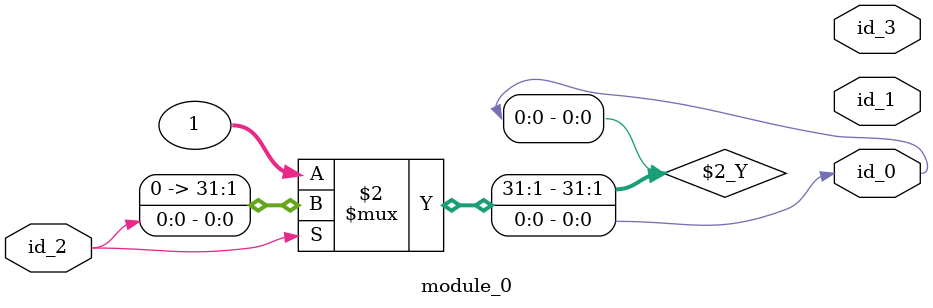
<source format=v>
module module_0 (
    output id_0
    , id_3,
    output id_1,
    input  id_2
);
  assign id_0 = id_2 ? id_2 : 1'b0 ? 1'h0 : 1;
endmodule

</source>
